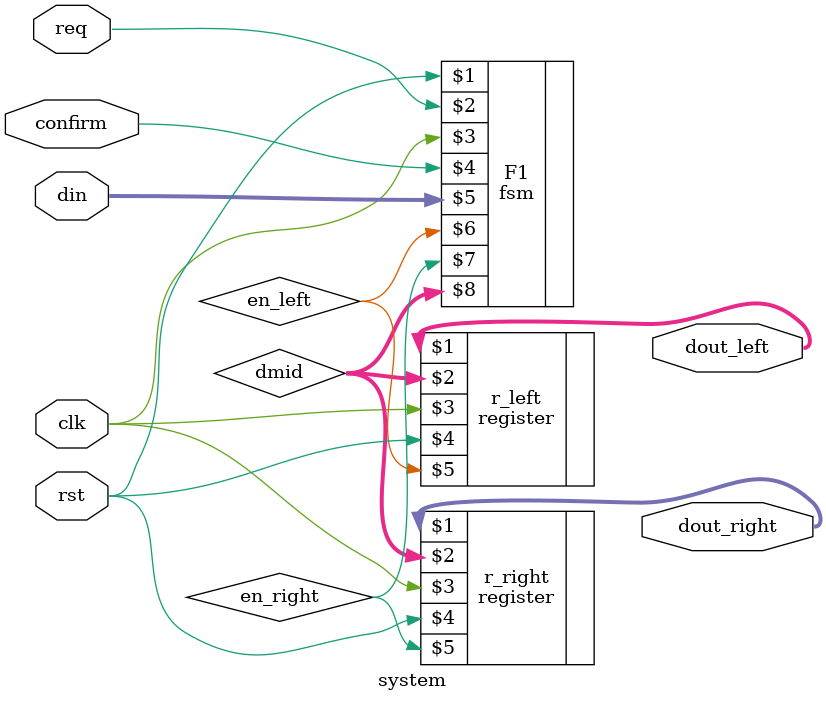
<source format=v>
/*--  *******************************************************
--  Computer Architecture Course, Laboratory Sources 
--  Amirkabir University of Technology (Tehran Polytechnic)
--  Department of Computer Engineering (CE-AUT)
--  https://ce[dot]aut[dot]ac[dot]ir
--  *******************************************************
--  All Rights reserved (C) 2019-2020
--  *******************************************************
--  Student ID  : 
--  Student Name: 
--  Student Mail: 
--  *******************************************************
--  Additional Comments:
--
--*/

/*-----------------------------------------------------------
---  Module Name: Sequential System
---  Description: Lab 10 Part 3
-----------------------------------------------------------*/
`timescale 1 ns/1 ns

module system (
	input  rst ,
	input  clk ,
	input  req,	             // Request	
	input  confirm,
	input  [3:0] din ,
	output [3:0] dout_left ,
	output [3:0] dout_right
);

	reg en_left , en_right ;
	reg [3:0] dmid;
	reg state;
	
	fsm F1(rst,req , clk , confirm , din ,en_left,en_right, dmid  );
	
	register r_left(dout_left , dmid , clk , rst , en_left);
	register r_right(dout_right , dmid , clk , rst , en_right);
	
endmodule
</source>
